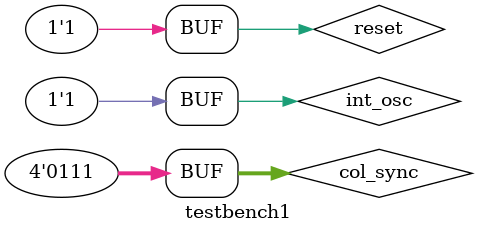
<source format=sv>
`timescale 1ns/1ns
`default_nettype none
`define N_TV 8
module testbench1 ();

	logic reset;
	logic [3:0] col_sync;
	logic [3:0] r_sel;
	logic [6:0] seg;
	logic [1:0] osc;
	logic int_osc;

	always
 	  begin
 	    int_osc = 1'b0; #5;
 	    int_osc = 1'b1; #5;
 	  end


	top dut(reset, int_osc, col_sync, r_sel, seg, osc);//


	initial begin
		reset = 1'b1; #5;
		reset = 1'b0; #5;//
		reset = 1'b1; #5;
	end

	initial begin
		col_sync = 4'b1111; #50;
		col_sync = 4'b1111; #50;
		col_sync = 4'b1110; #100;
		col_sync = 4'b1111; #50;
		col_sync = 4'b1101; #100;
		col_sync = 4'b1111; #50;
		col_sync = 4'b1011; #100;
		col_sync = 4'b1111; #50;
		col_sync = 4'b0111; #100;
		col_sync = 4'b1110; #100;
		col_sync = 4'b1111; #50;
		col_sync = 4'b1101; #100;
		col_sync = 4'b1111; #50;
		col_sync = 4'b1011; #100;
		col_sync = 4'b1111; #50;
		col_sync = 4'b0111; #100;
	end

endmodule
</source>
